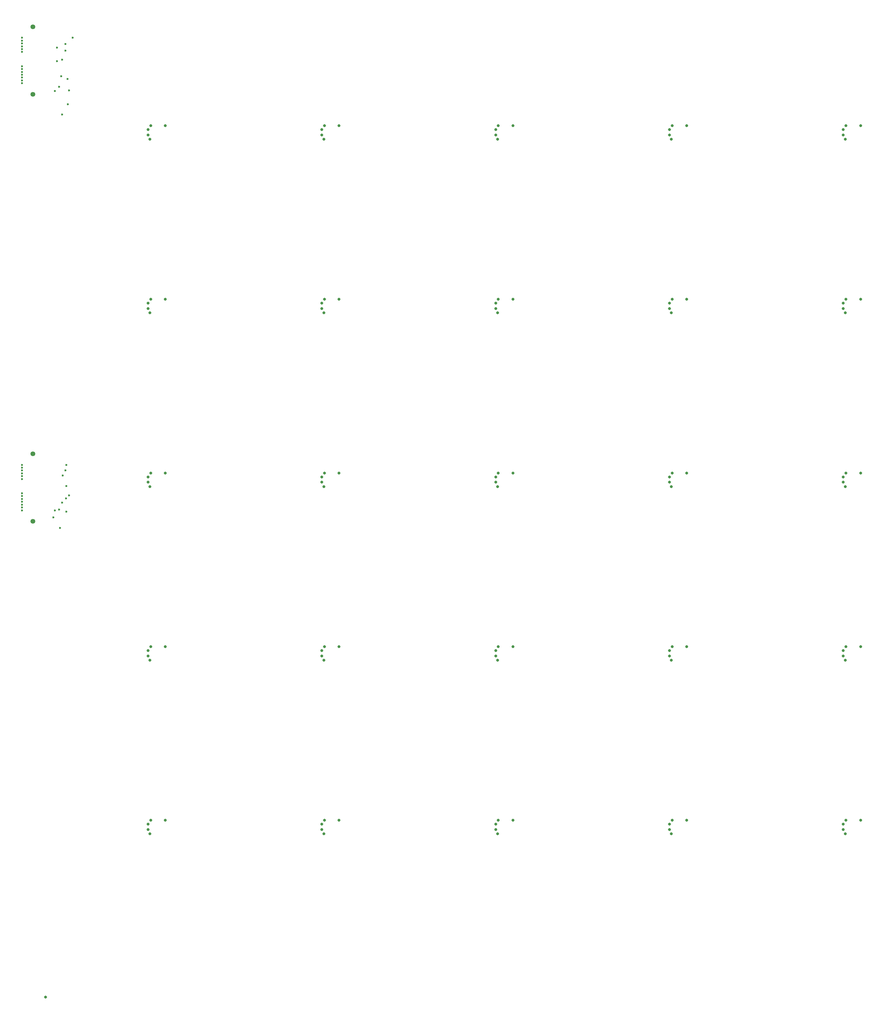
<source format=gbr>
%TF.GenerationSoftware,KiCad,Pcbnew,8.0.2-1*%
%TF.CreationDate,2024-10-14T18:52:49-04:00*%
%TF.ProjectId,OddLayers_1.3mm_SiPM,4f64644c-6179-4657-9273-5f312e336d6d,rev?*%
%TF.SameCoordinates,Original*%
%TF.FileFunction,Copper,L3,Inr*%
%TF.FilePolarity,Positive*%
%FSLAX46Y46*%
G04 Gerber Fmt 4.6, Leading zero omitted, Abs format (unit mm)*
G04 Created by KiCad (PCBNEW 8.0.2-1) date 2024-10-14 18:52:49*
%MOMM*%
%LPD*%
G01*
G04 APERTURE LIST*
%TA.AperFunction,ComponentPad*%
%ADD10C,0.800000*%
%TD*%
%TA.AperFunction,ComponentPad*%
%ADD11C,1.348000*%
%TD*%
%TA.AperFunction,ViaPad*%
%ADD12C,0.600000*%
%TD*%
%TA.AperFunction,ViaPad*%
%ADD13C,0.800000*%
%TD*%
G04 APERTURE END LIST*
D10*
%TO.N,N/C*%
%TO.C,REF\u002A\u002A34*%
X298300000Y-165900000D03*
X302400000Y-165900000D03*
%TO.N,K14*%
X297550000Y-167000000D03*
%TO.N,A14*%
X297550000Y-168500000D03*
%TO.N,GND*%
X298100000Y-169700000D03*
%TD*%
%TO.N,N/C*%
%TO.C,REF\u002A\u002A40*%
X103100000Y-263500000D03*
X107200000Y-263500000D03*
%TO.N,K20*%
X102350000Y-264600000D03*
%TO.N,A20*%
X102350000Y-266100000D03*
%TO.N,GND*%
X102900000Y-267300000D03*
%TD*%
%TO.N,N/C*%
%TO.C,REF\u002A\u002A30*%
X103100000Y-165900000D03*
X107200000Y-165900000D03*
%TO.N,K10*%
X102350000Y-167000000D03*
%TO.N,A10*%
X102350000Y-168500000D03*
%TO.N,GND*%
X102900000Y-169700000D03*
%TD*%
%TO.N,N/C*%
%TO.C,REF\u002A\u002A24*%
X298300000Y-68300000D03*
X302400000Y-68300000D03*
%TO.N,K4*%
X297550000Y-69400000D03*
%TO.N,A4*%
X297550000Y-70900000D03*
%TO.N,GND*%
X298100000Y-72100000D03*
%TD*%
%TO.N,N/C*%
%TO.C,REF\u002A\u002A43*%
X249500000Y-263500000D03*
X253600000Y-263500000D03*
%TO.N,K23*%
X248750000Y-264600000D03*
%TO.N,A23*%
X248750000Y-266100000D03*
%TO.N,GND*%
X249300000Y-267300000D03*
%TD*%
%TO.N,N/C*%
%TO.C,REF\u002A\u002A38*%
X249500000Y-214700000D03*
X253600000Y-214700000D03*
%TO.N,K18*%
X248750000Y-215800000D03*
%TO.N,A18*%
X248750000Y-217300000D03*
%TO.N,GND*%
X249300000Y-218500000D03*
%TD*%
%TO.N,N/C*%
%TO.C,REF\u002A\u002A22*%
X200700000Y-68300000D03*
X204800000Y-68300000D03*
%TO.N,K2*%
X199950000Y-69400000D03*
%TO.N,A2*%
X199950000Y-70900000D03*
%TO.N,GND*%
X200500000Y-72100000D03*
%TD*%
%TO.N,N/C*%
%TO.C,REF\u002A\u002A28*%
X249500000Y-117100000D03*
X253600000Y-117100000D03*
%TO.N,K8*%
X248750000Y-118200000D03*
%TO.N,A8*%
X248750000Y-119700000D03*
%TO.N,GND*%
X249300000Y-120900000D03*
%TD*%
%TO.N,N/C*%
%TO.C,REF\u002A\u002A23*%
X249500000Y-68300000D03*
X253600000Y-68300000D03*
%TO.N,K3*%
X248750000Y-69400000D03*
%TO.N,A3*%
X248750000Y-70900000D03*
%TO.N,GND*%
X249300000Y-72100000D03*
%TD*%
%TO.N,N/C*%
%TO.C,REF\u002A\u002A32*%
X200700000Y-165900000D03*
X204800000Y-165900000D03*
%TO.N,K12*%
X199950000Y-167000000D03*
%TO.N,A12*%
X199950000Y-168500000D03*
%TO.N,GND*%
X200500000Y-169700000D03*
%TD*%
%TO.N,N/C*%
%TO.C,REF\u002A\u002A44*%
X298300000Y-263500000D03*
%TO.N,LED_input_after_resistor*%
X302400000Y-263500000D03*
%TO.N,K24*%
X297550000Y-264600000D03*
%TO.N,A24*%
X297550000Y-266100000D03*
%TO.N,GND*%
X298100000Y-267300000D03*
%TD*%
%TO.N,N/C*%
%TO.C,REF\u002A\u002A26*%
X151900000Y-117100000D03*
X156000000Y-117100000D03*
%TO.N,K6*%
X151150000Y-118200000D03*
%TO.N,A6*%
X151150000Y-119700000D03*
%TO.N,GND*%
X151700000Y-120900000D03*
%TD*%
%TO.N,N/C*%
%TO.C,REF\u002A\u002A36*%
X151900000Y-214700000D03*
X156000000Y-214700000D03*
%TO.N,K16*%
X151150000Y-215800000D03*
%TO.N,A16*%
X151150000Y-217300000D03*
%TO.N,GND*%
X151700000Y-218500000D03*
%TD*%
%TO.N,GND*%
%TO.C,REF\u002A\u002A20*%
X103100000Y-68300000D03*
%TO.N,N/C*%
X107200000Y-68300000D03*
%TO.N,K0*%
X102350000Y-69400000D03*
%TO.N,A0*%
X102350000Y-70900000D03*
%TO.N,GND*%
X102900000Y-72100000D03*
%TD*%
%TO.N,N/C*%
%TO.C,REF\u002A\u002A25*%
X103100000Y-117100000D03*
X107200000Y-117100000D03*
%TO.N,K5*%
X102350000Y-118200000D03*
%TO.N,A5*%
X102350000Y-119700000D03*
%TO.N,GND*%
X102900000Y-120900000D03*
%TD*%
%TO.N,N/C*%
%TO.C,REF\u002A\u002A37*%
X200700000Y-214700000D03*
X204800000Y-214700000D03*
%TO.N,K17*%
X199950000Y-215800000D03*
%TO.N,A17*%
X199950000Y-217300000D03*
%TO.N,GND*%
X200500000Y-218500000D03*
%TD*%
%TO.N,N/C*%
%TO.C,REF\u002A\u002A31*%
X151900000Y-165900000D03*
X156000000Y-165900000D03*
%TO.N,K11*%
X151150000Y-167000000D03*
%TO.N,A11*%
X151150000Y-168500000D03*
%TO.N,GND*%
X151700000Y-169700000D03*
%TD*%
%TO.N,N/C*%
%TO.C,REF\u002A\u002A27*%
X200700000Y-117100000D03*
X204800000Y-117100000D03*
%TO.N,K7*%
X199950000Y-118200000D03*
%TO.N,A7*%
X199950000Y-119700000D03*
%TO.N,GND*%
X200500000Y-120900000D03*
%TD*%
%TO.N,N/C*%
%TO.C,REF\u002A\u002A41*%
X151900000Y-263500000D03*
X156000000Y-263500000D03*
%TO.N,K21*%
X151150000Y-264600000D03*
%TO.N,A21*%
X151150000Y-266100000D03*
%TO.N,GND*%
X151700000Y-267300000D03*
%TD*%
%TO.N,N/C*%
%TO.C,REF\u002A\u002A29*%
X298300000Y-117100000D03*
X302400000Y-117100000D03*
%TO.N,K9*%
X297550000Y-118200000D03*
%TO.N,A9*%
X297550000Y-119700000D03*
%TO.N,GND*%
X298100000Y-120900000D03*
%TD*%
%TO.N,N/C*%
%TO.C,REF\u002A\u002A21*%
X151900000Y-68300000D03*
X156000000Y-68300000D03*
%TO.N,K1*%
X151150000Y-69400000D03*
%TO.N,A1*%
X151150000Y-70900000D03*
%TO.N,GND*%
X151700000Y-72100000D03*
%TD*%
%TO.N,N/C*%
%TO.C,REF\u002A\u002A42*%
X200700000Y-263500000D03*
X204800000Y-263500000D03*
%TO.N,K22*%
X199950000Y-264600000D03*
%TO.N,A22*%
X199950000Y-266100000D03*
%TO.N,GND*%
X200500000Y-267300000D03*
%TD*%
%TO.N,N/C*%
%TO.C,REF\u002A\u002A35*%
X103100000Y-214700000D03*
X107200000Y-214700000D03*
%TO.N,K15*%
X102350000Y-215800000D03*
%TO.N,A15*%
X102350000Y-217300000D03*
%TO.N,GND*%
X102900000Y-218500000D03*
%TD*%
%TO.N,N/C*%
%TO.C,REF\u002A\u002A39*%
X298300000Y-214700000D03*
X302400000Y-214700000D03*
%TO.N,K19*%
X297550000Y-215800000D03*
%TO.N,A19*%
X297550000Y-217300000D03*
%TO.N,GND*%
X298100000Y-218500000D03*
%TD*%
%TO.N,N/C*%
%TO.C,REF\u002A\u002A33*%
X249500000Y-165900000D03*
X253600000Y-165900000D03*
%TO.N,K13*%
X248750000Y-167000000D03*
%TO.N,A13*%
X248750000Y-168500000D03*
%TO.N,GND*%
X249300000Y-169700000D03*
%TD*%
D11*
%TO.N,N/C*%
%TO.C,REF\u002A\u002A*%
X70000000Y-40505000D03*
X70000000Y-59495000D03*
%TD*%
%TO.N,N/C*%
%TO.C,REF\u002A\u002A*%
X70000000Y-160505000D03*
X70000000Y-179495000D03*
%TD*%
D12*
%TO.N,GND*%
X67000000Y-176400000D03*
%TO.N,K0*%
X67000000Y-43600000D03*
X81200000Y-43600000D03*
%TO.N,K1*%
X79200000Y-45400000D03*
X67000000Y-44400000D03*
%TO.N,K2*%
X67000000Y-45200000D03*
X79200000Y-47200000D03*
%TO.N,K3*%
X67000000Y-46000000D03*
X76800000Y-46400000D03*
%TO.N,K4*%
X67000000Y-46800000D03*
X78200000Y-49800000D03*
%TO.N,K5*%
X67000000Y-47600000D03*
X76800000Y-50200000D03*
%TO.N,K6*%
X67000000Y-51600000D03*
X79800000Y-55200000D03*
%TO.N,K7*%
X67000000Y-52400000D03*
X78000000Y-54400000D03*
%TO.N,K8*%
X80185785Y-58414215D03*
X67000000Y-53200000D03*
%TO.N,K9*%
X67000000Y-54000000D03*
X79881619Y-62318381D03*
%TO.N,K10*%
X77400000Y-57400000D03*
X67000000Y-54800000D03*
%TO.N,K11*%
X76200000Y-58600000D03*
X67000000Y-55600000D03*
%TO.N,K12*%
X78200000Y-65200000D03*
X67000000Y-56400000D03*
%TO.N,K14*%
X79200000Y-165200000D03*
X67000000Y-164400000D03*
%TO.N,K13*%
X79400000Y-163600000D03*
X67000000Y-163600000D03*
%TO.N,K15*%
X67000000Y-165200000D03*
X78400000Y-166600000D03*
%TO.N,K16*%
X79407108Y-169592892D03*
X67000000Y-166000000D03*
%TO.N,K17*%
X67000000Y-166800000D03*
X80200000Y-172200000D03*
%TO.N,K18*%
X67000000Y-167600000D03*
X79351471Y-173048529D03*
%TO.N,K19*%
X79400000Y-176800000D03*
X67000000Y-171600000D03*
%TO.N,K20*%
X67000000Y-172400000D03*
X78200000Y-174200000D03*
%TO.N,K21*%
X67000000Y-173200000D03*
X77400000Y-176200000D03*
%TO.N,K22*%
X76200000Y-176400000D03*
X67000000Y-174000000D03*
%TO.N,K23*%
X67000000Y-174800000D03*
X75800000Y-178400000D03*
%TO.N,K24*%
X77654661Y-181345340D03*
X67000000Y-175600000D03*
D13*
%TO.N,LED_input_after_resistor*%
X73600000Y-313200000D03*
%TD*%
M02*

</source>
